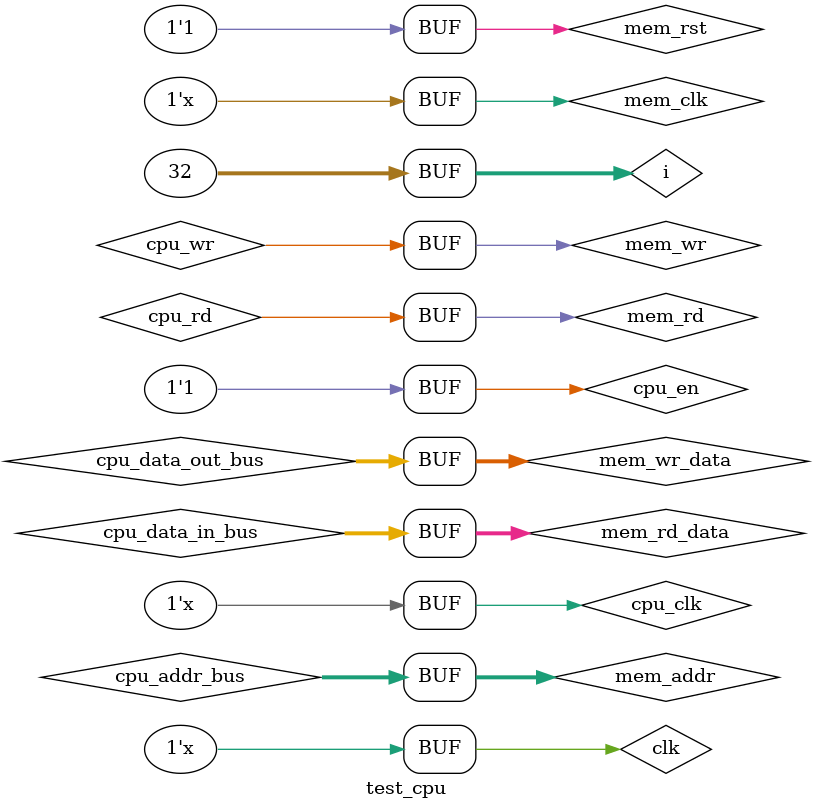
<source format=v>
`include "src/cpu.v"
`define DEBUG_CPU 1

`ifndef DEBUG_CPU
`define DEBUG_CPU 1
`endif
module  test_cpu;
    // cpu ports
    wire  [31:0] cpu_data_out_bus;
    wire  [31:0] cpu_data_in_bus;
    wire  [31:0] cpu_addr_bus;
    wire  cpu_rd;
    wire  cpu_wr;
    wire  cpu_clk;
    reg   cpu_en;
    // mem port
    wire [31:0] mem_rd_data;
    wire [31:0] mem_addr;
    wire [31:0] mem_wr_data;
    wire mem_rd, mem_wr, mem_clk;
    reg mem_rst, mem_dump; // 作为调试之用

    reg clk;
    initial clk = 1;

    // cpu
    assign cpu_data_in_bus = mem_rd_data;
    assign cpu_clk = clk;

    // mem
    assign mem_clk = clk;
    assign mem_addr = cpu_addr_bus;
    assign mem_wr_data = cpu_data_out_bus;
    assign mem_wr = cpu_wr;
    assign mem_rd = cpu_rd;

    cpu cpu(.cpu_data_out_bus(cpu_data_out_bus), .cpu_data_in_bus(cpu_data_in_bus)
        , .cpu_addr_bus(cpu_addr_bus), .cpu_rd(cpu_rd), .cpu_wr(cpu_wr), .cpu_clk(cpu_clk), .cpu_en(cpu_en));
    mem mem(.mem_rd_data(mem_rd_data), .mem_addr(mem_addr), .mem_rd(mem_rd), .mem_wr(mem_wr)
        , .mem_wr_data(mem_wr_data), .mem_clk(mem_clk), .mem_rst(mem_rst), .mem_dump(mem_dump));

    always
        #5 clk = ~clk;
    initial begin
        $display("Initializing memory...");
        mem_rst = 1; // 内存初始化
        cpu_en = 0; // cpu停止工作
        #1;
        cpu_en = 1; // cpu开始工作
        // 监视重要参数
        // $monitor($time, ", pc=%h, inst=%h, alu_is=%h, alu_it=%h, alu_out=%h, alu_op= %d",
            // cpu.pc.pc, cpu.inst, cpu.alu.alu_in1, cpu.alu.alu_in2, cpu.alu.alu_out, cpu.alu.alu_ctrl);
    end

    always @(cpu.inst) begin
        if (`DEBUG_CPU) begin
            show_reg_file;
            $display($time, ", pc=%h, inst=%h, alu_is=%h, alu_it=%h, alu_out=%h, alu_op= %d",
                cpu.pc.pc, cpu.inst, cpu.alu.alu_in1, cpu.alu.alu_in2, cpu.alu.alu_out, cpu.alu.alu_ctrl);
        end
    end

    integer i;
    task show_reg_file;
    begin
        $display("----Regfile-----");
        for (i = 0; i < 32; i = i+4) begin
            $display("reg %d: %h  %h  %h  %h", i, cpu.reg_file.registers[i]
                , cpu.reg_file.registers[i + 1], cpu.reg_file.registers[i + 2]
                , cpu.reg_file.registers[i + 3]);
        end
    end // end of begin
    endtask


endmodule
</source>
